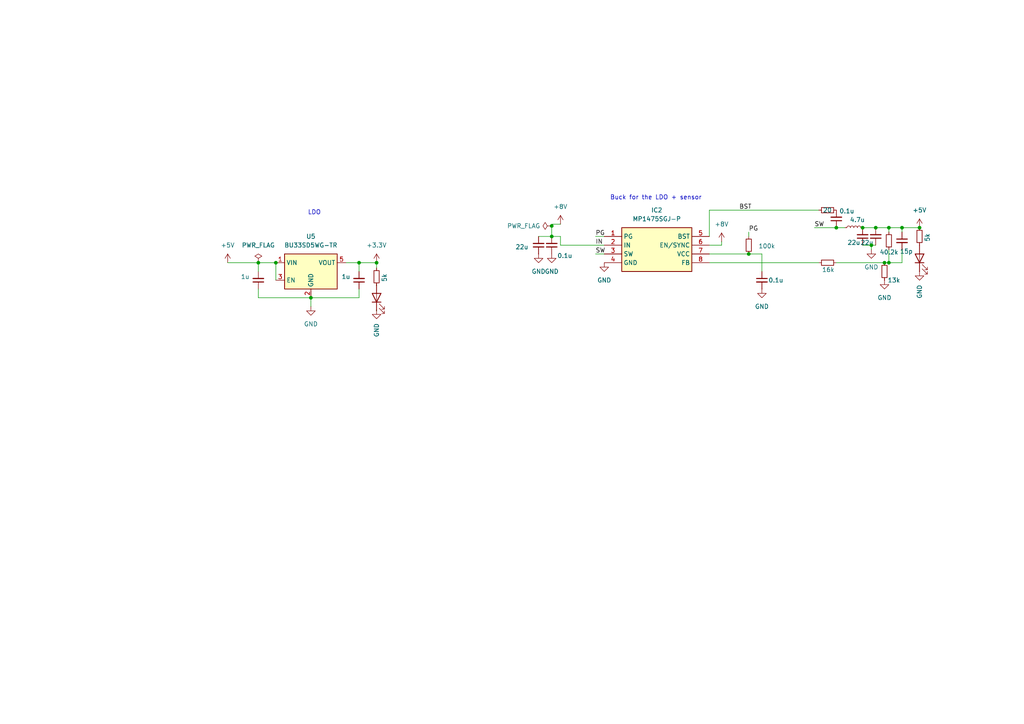
<source format=kicad_sch>
(kicad_sch (version 20250114) (generator "eeschema") (generator_version "9.0")
  (paper "A4")
  (lib_symbols
    (symbol "Converter_DCDC:MP1475SGJ-P"
      (property "Reference" "IC" (at 26.67 7.62 0))
      (property "Value" "MP1475SGJ-P" (at 26.67 5.08 0))
      (symbol "MP1475SGJ-P_1_1"
        (rectangle (start 5.08 2.54) (end 25.4 -10.16) (stroke (width 0.254)) (fill (type background)))
        (pin passive line (at 0 0 0) (length 5.08) (name "PG") (number "1"))
        (pin passive line (at 0 -2.54 0) (length 5.08) (name "IN") (number "2"))
        (pin passive line (at 0 -5.08 0) (length 5.08) (name "SW") (number "3"))
        (pin passive line (at 0 -7.62 0) (length 5.08) (name "GND") (number "4"))
        (pin passive line (at 30.48 0 180) (length 5.08) (name "BST") (number "5"))
        (pin passive line (at 30.48 -2.54 180) (length 5.08) (name "EN/SYNC") (number "6"))
        (pin passive line (at 30.48 -5.08 180) (length 5.08) (name "VCC") (number "7"))
        (pin passive line (at 30.48 -7.62 180) (length 5.08) (name "FB") (number "8"))
      )
    )
    (symbol "Device:C_Small" (pin_numbers (hide yes)) (pin_names (offset 0.254) (hide yes))
      (property "Reference" "C" (at 0.254 1.778 0))
      (property "Value" "C_Small" (at 0.254 -2.032 0))
      (symbol "C_Small_0_1"
        (polyline (pts (xy -1.524 0.508) (xy 1.524 0.508)) (stroke (width 0.3048)))
        (polyline (pts (xy -1.524 -0.508) (xy 1.524 -0.508)) (stroke (width 0.3302)))
      )
      (symbol "C_Small_1_1"
        (pin passive line (at 0 2.54 270) (length 2.032) (name "~") (number "1"))
        (pin passive line (at 0 -2.54 90) (length 2.032) (name "~") (number "2"))
      )
    )
    (symbol "Device:LED" (pin_numbers (hide yes)) (pin_names (offset 1.016) (hide yes))
      (property "Reference" "D" (at 0 2.54 0))
      (property "Value" "LED" (at 0 -2.54 0))
      (symbol "LED_0_1"
        (polyline (pts (xy -3.048 -0.762) (xy -4.572 -2.286) (xy -3.81 -2.286) (xy -4.572 -2.286) (xy -4.572 -1.524)))
        (polyline (pts (xy -1.778 -0.762) (xy -3.302 -2.286) (xy -2.54 -2.286) (xy -3.302 -2.286) (xy -3.302 -1.524)))
        (polyline (pts (xy -1.27 0) (xy 1.27 0)))
        (polyline (pts (xy -1.27 -1.27) (xy -1.27 1.27)) (stroke (width 0.254)))
        (polyline (pts (xy 1.27 -1.27) (xy 1.27 1.27) (xy -1.27 0) (xy 1.27 -1.27)) (stroke (width 0.254)))
      )
      (symbol "LED_1_1"
        (pin passive line (at -3.81 0 0) (length 2.54) (name "K") (number "1"))
        (pin passive line (at 3.81 0 180) (length 2.54) (name "A") (number "2"))
      )
    )
    (symbol "Device:L_Small" (pin_numbers (hide yes)) (pin_names (offset 0.254) (hide yes))
      (property "Reference" "L" (at 0.762 1.016 0))
      (property "Value" "L_Small" (at 0.762 -1.016 0))
      (symbol "L_Small_0_1"
        (arc (start 0 2.032) (mid 0.5058 1.524) (end 0 1.016))
        (arc (start 0 1.016) (mid 0.5058 0.508) (end 0 0))
        (arc (start 0 0) (mid 0.5058 -0.508) (end 0 -1.016))
        (arc (start 0 -1.016) (mid 0.5058 -1.524) (end 0 -2.032))
      )
      (symbol "L_Small_1_1"
        (pin passive line (at 0 2.54 270) (length 0.508) (name "~") (number "1"))
        (pin passive line (at 0 -2.54 90) (length 0.508) (name "~") (number "2"))
      )
    )
    (symbol "Device:R_Small" (pin_numbers (hide yes)) (pin_names (offset 0.254) (hide yes))
      (property "Reference" "R" (at 0 0 90))
      (property "Value" "R_Small" (at 1.778 0 90))
      (symbol "R_Small_0_1"
        (rectangle (start -0.762 1.778) (end 0.762 -1.778) (stroke (width 0.2032)))
      )
      (symbol "R_Small_1_1"
        (pin passive line (at 0 2.54 270) (length 0.762) (name "~") (number "1"))
        (pin passive line (at 0 -2.54 90) (length 0.762) (name "~") (number "2"))
      )
    )
    (symbol "Regulator_Linear:MIC5365-3.3YD5"
      (property "Reference" "U" (at -7.62 6.35 0))
      (property "Value" "MIC5365-3.3YD5" (at 0 6.35 0))
      (symbol "MIC5365-3.3YD5_0_1"
        (rectangle (start -7.62 -5.08) (end 7.62 5.08) (stroke (width 0.254)) (fill (type background)))
      )
      (symbol "MIC5365-3.3YD5_1_1"
        (pin power_in line (at -10.16 2.54 0) (length 2.54) (name "VIN") (number "1"))
        (pin input line (at -10.16 -2.54 0) (length 2.54) (name "EN") (number "3"))
        (pin power_in line (at 0 -7.62 90) (length 2.54) (name "GND") (number "2"))
        (pin no_connect line (at 7.62 -2.54 180) (length 2.54) (hide yes) (name "NC") (number "4"))
        (pin power_out line (at 10.16 2.54 180) (length 2.54) (name "VOUT") (number "5"))
      )
    )
    (symbol "power:+5V" (power) (pin_numbers (hide yes)) (pin_names (offset 0) (hide yes))
      (property "Value" "+5V" (at 0 3.556 0))
      (symbol "+5V_0_1"
        (polyline (pts (xy -0.762 1.27) (xy 0 2.54)))
        (polyline (pts (xy 0 2.54) (xy 0.762 1.27)))
        (polyline (pts (xy 0 0) (xy 0 2.54)))
      )
      (symbol "+5V_1_1"
        (pin power_in line (at 0 0 90) (length 0) (name "~") (number "1"))
      )
    )
    (symbol "power:+8V" (power) (pin_numbers (hide yes)) (pin_names (offset 0) (hide yes))
      (property "Value" "+8V" (at 0 3.556 0))
      (symbol "+8V_0_1"
        (polyline (pts (xy -0.762 1.27) (xy 0 2.54)))
        (polyline (pts (xy 0 2.54) (xy 0.762 1.27)))
        (polyline (pts (xy 0 0) (xy 0 2.54)))
      )
      (symbol "+8V_1_1"
        (pin power_in line (at 0 0 90) (length 0) (name "~") (number "1"))
      )
    )
    (symbol "power:GND" (power) (pin_numbers (hide yes)) (pin_names (offset 0) (hide yes))
      (property "Value" "GND" (at 0 -3.81 0))
      (symbol "GND_0_1"
        (polyline (pts (xy 0 0) (xy 0 -1.27) (xy 1.27 -1.27) (xy 0 -2.54) (xy -1.27 -1.27) (xy 0 -1.27)))
      )
      (symbol "GND_1_1"
        (pin power_in line (at 0 0 270) (length 0) (name "~") (number "1"))
      )
    )
    (symbol "power:PWR_FLAG" (power) (pin_numbers (hide yes)) (pin_names (offset 0) (hide yes))
      (property "Value" "PWR_FLAG" (at 0 3.81 0))
      (symbol "PWR_FLAG_0_0"
        (pin power_out line (at 0 0 90) (length 0) (name "~") (number "1"))
      )
      (symbol "PWR_FLAG_0_1"
        (polyline (pts (xy 0 0) (xy 0 1.27) (xy -1.016 1.905) (xy 0 2.54) (xy 1.016 1.905) (xy 0 1.27)))
      )
    )
  )
  (text "Buck for the LDO + sensor\n\n" (at 190.246 58.42 0) (effects (font (size 1.27 1.27))))
  (text "LDO" (at 91.186 61.722 0) (effects (font (size 1.27 1.27))))
  (junction (at 160.02 65.532))
  (junction (at 90.17 86.36))
  (junction (at 109.22 76.2))
  (junction (at 252.73 71.12))
  (junction (at 257.81 66.04))
  (junction (at 256.54 76.2))
  (junction (at 74.93 76.2))
  (junction (at 254 66.04))
  (junction (at 80.01 76.2))
  (junction (at 160.02 68.58))
  (junction (at 250.19 66.04))
  (junction (at 266.7 66.04))
  (junction (at 104.14 76.2))
  (junction (at 242.57 66.04))
  (junction (at 217.17 73.66))
  (junction (at 257.81 76.2))
  (junction (at 261.62 66.04))
  (wire (pts (xy 266.7 66.04) (xy 261.62 66.04)))
  (wire (pts (xy 90.17 86.36) (xy 104.14 86.36)))
  (wire (pts (xy 237.49 60.96) (xy 205.74 60.96)))
  (wire (pts (xy 104.14 78.74) (xy 104.14 76.2)))
  (wire (pts (xy 162.56 71.12) (xy 162.56 68.58)))
  (wire (pts (xy 257.81 76.2) (xy 261.62 76.2)))
  (wire (pts (xy 162.56 65.024) (xy 160.02 65.024)))
  (wire (pts (xy 104.14 76.2) (xy 109.22 76.2)))
  (wire (pts (xy 109.22 90.17) (xy 109.22 89.916)))
  (wire (pts (xy 104.14 76.2) (xy 100.33 76.2)))
  (wire (pts (xy 74.93 76.2) (xy 80.01 76.2)))
  (wire (pts (xy 205.74 60.96) (xy 205.74 68.58)))
  (wire (pts (xy 156.21 68.58) (xy 160.02 68.58)))
  (wire (pts (xy 172.72 68.58) (xy 175.26 68.58)))
  (wire (pts (xy 74.93 78.74) (xy 74.93 76.2)))
  (wire (pts (xy 257.81 67.31) (xy 257.81 66.04)))
  (wire (pts (xy 160.02 65.532) (xy 160.02 68.58)))
  (wire (pts (xy 257.81 76.2) (xy 256.54 76.2)))
  (wire (pts (xy 109.22 82.55) (xy 109.22 82.804)))
  (wire (pts (xy 205.74 76.2) (xy 237.49 76.2)))
  (wire (pts (xy 254 66.04) (xy 250.19 66.04)))
  (wire (pts (xy 236.22 66.04) (xy 242.57 66.04)))
  (wire (pts (xy 209.296 70.104) (xy 209.296 71.12)))
  (wire (pts (xy 261.62 67.31) (xy 261.62 66.04)))
  (wire (pts (xy 252.73 71.12) (xy 250.19 71.12)))
  (wire (pts (xy 104.14 86.36) (xy 104.14 83.82)))
  (wire (pts (xy 217.17 67.31) (xy 217.17 68.58)))
  (wire (pts (xy 80.01 76.2) (xy 80.01 81.28)))
  (wire (pts (xy 162.56 68.58) (xy 160.02 68.58)))
  (wire (pts (xy 162.56 71.12) (xy 175.26 71.12)))
  (wire (pts (xy 109.22 76.2) (xy 109.22 77.724)))
  (wire (pts (xy 252.73 71.12) (xy 254 71.12)))
  (wire (pts (xy 74.93 83.82) (xy 74.93 86.36)))
  (wire (pts (xy 220.98 73.66) (xy 217.17 73.66)))
  (wire (pts (xy 257.81 66.04) (xy 261.62 66.04)))
  (wire (pts (xy 209.296 71.12) (xy 205.74 71.12)))
  (wire (pts (xy 254 66.04) (xy 257.81 66.04)))
  (wire (pts (xy 172.72 73.66) (xy 175.26 73.66)))
  (wire (pts (xy 66.04 76.2) (xy 74.93 76.2)))
  (wire (pts (xy 242.57 76.2) (xy 256.54 76.2)))
  (wire (pts (xy 242.57 66.04) (xy 245.11 66.04)))
  (wire (pts (xy 90.17 86.36) (xy 90.17 88.9)))
  (wire (pts (xy 205.74 73.66) (xy 217.17 73.66)))
  (wire (pts (xy 160.02 65.024) (xy 160.02 65.532)))
  (wire (pts (xy 257.81 72.39) (xy 257.81 76.2)))
  (wire (pts (xy 74.93 86.36) (xy 90.17 86.36)))
  (wire (pts (xy 261.62 72.39) (xy 261.62 76.2)))
  (wire (pts (xy 252.73 72.39) (xy 252.73 71.12)))
  (wire (pts (xy 220.98 78.74) (xy 220.98 73.66)))
  (label "SW" (at 236.22 66.04 0))
  (label "IN" (at 172.72 71.12 0))
  (label "BST" (at 214.376 60.96 0))
  (label "SW" (at 172.72 73.66 0))
  (label "PG" (at 217.17 67.31 0))
  (label "PG" (at 172.72 68.58 0))
  (symbol (lib_id "Device:C_Small") (at 156.21 71.12 180) (unit 1)
    (property "Reference" "C21" (effects (hide yes)))
    (property "Value" "22u" (at 151.384 71.628 0))
    (property "Footprint" "Capacitor_SMD:C_0603_1608Metric" (effects (hide yes)))
    (property "Description" "Unpolarized capacitor, small symbol" (effects (hide yes)))
  )
  (symbol (lib_id "Device:C_Small") (at 160.02 71.12 180) (unit 1)
    (property "Reference" "C25" (effects (hide yes)))
    (property "Value" "0.1u" (at 163.83 74.168 0))
    (property "Footprint" "Capacitor_SMD:C_0603_1608Metric" (effects (hide yes)))
    (property "Description" "Unpolarized capacitor, small symbol" (effects (hide yes)))
  )
  (symbol (lib_id "power:GND") (at 156.21 73.66 0) (unit 1)
    (property "Reference" "#PWR028" (effects (hide yes)))
    (property "Value" "GND" (at 156.21 78.74 0))
    (property "Description" "Power symbol creates a global label with name \"GND\" , ground" (effects (hide yes)))
  )
  (symbol (lib_id "Device:C_Small") (at 74.93 81.28 180) (unit 1)
    (property "Reference" "C15" (effects (hide yes)))
    (property "Value" "1u" (at 71.12 80.264 0))
    (property "Footprint" "Capacitor_SMD:C_0603_1608Metric" (effects (hide yes)))
    (property "Description" "Unpolarized capacitor, small symbol" (effects (hide yes)))
  )
  (symbol (lib_id "Device:L_Small") (at 247.65 66.04 90) (unit 1)
    (property "Reference" "L2" (effects (hide yes)))
    (property "Value" "4.7u" (at 248.666 63.754 90))
    (property "Footprint" "Inductor_SMD:L_Wuerth_HCI-5040" (effects (hide yes)))
    (property "Description" "Inductor, small symbol" (effects (hide yes)))
  )
  (symbol (lib_id "power:+5V") (at 109.22 76.2 0) (unit 1)
    (property "Reference" "#PWR015" (effects (hide yes)))
    (property "Value" "+3.3V" (at 109.22 71.12 0))
    (property "Description" "Power symbol creates a global label with name \"+5V\"" (effects (hide yes)))
  )
  (symbol (lib_id "Regulator_Linear:MIC5365-3.3YD5") (at 90.17 78.74 0) (unit 1)
    (property "Reference" "U5" (at 90.17 68.58 0))
    (property "Value" "BU33SD5WG-TR" (at 90.17 71.12 0))
    (property "Footprint" "Package_SO:SSOP-5" (effects (hide yes)))
    (property "Datasheet" "http://ww1.microchip.com/downloads/en/DeviceDoc/mic5365.pdf" (effects (hide yes)))
    (property "Description" "150mA Low-dropout Voltage Regulator, Vout 3.3V, Vin up to 5.5V, SOT-23-5" (effects (hide yes)))
  )
  (symbol (lib_id "power:+8V") (at 162.56 65.024 0) (unit 1)
    (property "Reference" "#PWR027" (effects (hide yes)))
    (property "Value" "+8V" (at 162.56 59.944 0))
    (property "Description" "Power symbol creates a global label with name \"+8V\"" (effects (hide yes)))
  )
  (symbol (lib_id "Device:R_Small") (at 240.03 60.96 270) (unit 1)
    (property "Reference" "R8" (effects (hide yes)))
    (property "Value" "20" (at 241.3 60.96 90) (effects (justify right)))
    (property "Footprint" "Resistor_SMD:R_0603_1608Metric" (effects (hide yes)))
    (property "Description" "Resistor, small symbol" (effects (hide yes)))
  )
  (symbol (lib_id "power:+8V") (at 266.7 66.04 0) (unit 1)
    (property "Reference" "#PWR034" (effects (hide yes)))
    (property "Value" "+5V" (at 266.7 60.96 0))
    (property "Description" "Power symbol creates a global label with name \"+8V\"" (effects (hide yes)))
  )
  (symbol (lib_id "Device:R_Small") (at 256.54 78.74 0) (unit 1)
    (property "Reference" "R11" (effects (hide yes)))
    (property "Value" "13k" (at 261.112 81.28 0) (effects (justify right)))
    (property "Footprint" "Resistor_SMD:R_0603_1608Metric" (effects (hide yes)))
    (property "Description" "Resistor, small symbol" (effects (hide yes)))
  )
  (symbol (lib_id "Device:LED") (at 109.22 86.36 90) (unit 1)
    (property "Reference" "D3" (effects (hide yes)))
    (property "Value" "LED" (effects (hide yes)))
    (property "Footprint" "LED_SMD:LED_0603_1608Metric" (effects (hide yes)))
    (property "Description" "Light emitting diode" (effects (hide yes)))
    (property "Sim.Pins" "1=K 2=A" (effects (hide yes)))
  )
  (symbol (lib_id "power:PWR_FLAG") (at 160.02 65.532 90) (unit 1)
    (property "Reference" "#FLG02" (effects (hide yes)))
    (property "Value" "PWR_FLAG" (at 156.718 65.5319 90) (effects (justify left)))
    (property "Description" "Special symbol for telling ERC where power comes from" (effects (hide yes)))
  )
  (symbol (lib_id "Device:R_Small") (at 257.81 69.85 0) (unit 1)
    (property "Reference" "R10" (effects (hide yes)))
    (property "Value" "40.2k" (at 260.604 73.152 0) (effects (justify right)))
    (property "Footprint" "Resistor_SMD:R_0603_1608Metric" (effects (hide yes)))
    (property "Description" "Resistor, small symbol" (effects (hide yes)))
  )
  (symbol (lib_id "Device:C_Small") (at 220.98 81.28 0) (unit 1)
    (property "Reference" "C24" (effects (hide yes)))
    (property "Value" "0.1u" (at 225.044 81.28 0))
    (property "Footprint" "Capacitor_SMD:C_0603_1608Metric" (effects (hide yes)))
    (property "Description" "Unpolarized capacitor, small symbol" (effects (hide yes)))
  )
  (symbol (lib_id "power:GND") (at 266.7 78.74 0) (unit 1)
    (property "Reference" "#PWR065" (effects (hide yes)))
    (property "Value" "GND" (at 266.7001 82.55 90) (effects (justify right)))
    (property "Description" "Power symbol creates a global label with name \"GND\" , ground" (effects (hide yes)))
  )
  (symbol (lib_id "power:GND") (at 109.22 89.916 0) (unit 1)
    (property "Reference" "#PWR064" (effects (hide yes)))
    (property "Value" "GND" (at 109.2201 93.726 90) (effects (justify right)))
    (property "Description" "Power symbol creates a global label with name \"GND\" , ground" (effects (hide yes)))
  )
  (symbol (lib_id "power:+8V") (at 209.296 70.104 0) (unit 1)
    (property "Reference" "#PWR029" (effects (hide yes)))
    (property "Value" "+8V" (at 209.296 65.024 0))
    (property "Description" "Power symbol creates a global label with name \"+8V\"" (effects (hide yes)))
  )
  (symbol (lib_id "Device:C_Small") (at 250.19 68.58 180) (unit 1)
    (property "Reference" "C23" (effects (hide yes)))
    (property "Value" "22u" (at 247.65 70.358 0))
    (property "Footprint" "Capacitor_SMD:C_0603_1608Metric" (effects (hide yes)))
    (property "Description" "Unpolarized capacitor, small symbol" (effects (hide yes)))
  )
  (symbol (lib_id "power:GND") (at 175.26 76.2 0) (unit 1)
    (property "Reference" "#PWR031" (effects (hide yes)))
    (property "Value" "GND" (at 175.26 81.28 0))
    (property "Description" "Power symbol creates a global label with name \"GND\" , ground" (effects (hide yes)))
  )
  (symbol (lib_id "Device:R_Small") (at 217.17 71.12 180) (unit 1)
    (property "Reference" "R12" (effects (hide yes)))
    (property "Value" "100k" (at 219.964 71.374 0) (effects (justify right)))
    (property "Footprint" "Resistor_SMD:R_0603_1608Metric" (effects (hide yes)))
    (property "Description" "Resistor, small symbol" (effects (hide yes)))
  )
  (symbol (lib_id "Device:C_Small") (at 242.57 63.5 180) (unit 1)
    (property "Reference" "C22" (effects (hide yes)))
    (property "Value" "0.1u" (at 245.618 61.214 0))
    (property "Footprint" "Capacitor_SMD:C_0603_1608Metric" (effects (hide yes)))
    (property "Description" "Unpolarized capacitor, small symbol" (effects (hide yes)))
  )
  (symbol (lib_id "power:GND") (at 90.17 88.9 0) (unit 1)
    (property "Reference" "#PWR017" (effects (hide yes)))
    (property "Value" "GND" (at 90.17 93.98 0))
    (property "Description" "Power symbol creates a global label with name \"GND\" , ground" (effects (hide yes)))
  )
  (symbol (lib_id "Device:LED") (at 266.7 74.93 90) (unit 1)
    (property "Reference" "D4" (effects (hide yes)))
    (property "Value" "LED" (effects (hide yes)))
    (property "Footprint" "LED_SMD:LED_0603_1608Metric" (effects (hide yes)))
    (property "Description" "Light emitting diode" (effects (hide yes)))
    (property "Sim.Pins" "1=K 2=A" (effects (hide yes)))
  )
  (symbol (lib_id "Device:R_Small") (at 240.03 76.2 270) (unit 1)
    (property "Reference" "R9" (effects (hide yes)))
    (property "Value" "16k" (at 242.062 78.232 90) (effects (justify right)))
    (property "Footprint" "Resistor_SMD:R_0603_1608Metric" (effects (hide yes)))
    (property "Description" "Resistor, small symbol" (effects (hide yes)))
  )
  (symbol (lib_id "Converter_DCDC:MP1475SGJ-P") (at 175.26 68.58 0) (unit 1)
    (property "Reference" "IC2" (at 190.5 60.96 0))
    (property "Value" "MP1475SGJ-P" (at 190.5 63.5 0))
    (property "Footprint" "Package_TO_SOT_SMD:TSOT 23-8" (effects (hide yes)))
    (property "Datasheet" "http://media.digikey.com/pdf/Data%20Sheets/Monolithic%20Power%20PDF" (effects (hide yes)))
    (property "Description" "Switching Voltage Regulators 3A 16V 500kHz Synch Step-Down Conv W/PG" (effects (hide yes)))
    (property "Height" "1" (effects (hide yes)))
    (property "Mouser Part Number" "946-MP1475SGJ-P" (effects (hide yes)))
    (property "Mouser Price/Stock" "https://www.mouser.co.uk/ProductDetail/Monolithic-Power-Systems-MPS/MP1475SGJ-P?qs=FIQZoK1q933LtAjxu26L8w%3D%3D" (effects (hide yes)))
    (property "Manufacturer_Name" "Monolithic Power Systems (MPS)" (effects (hide yes)))
    (property "Manufacturer_Part_Number" "MP1475SGJ-P" (effects (hide yes)))
  )
  (symbol (lib_id "power:+5V") (at 66.04 76.2 0) (unit 1)
    (property "Reference" "#PWR013" (effects (hide yes)))
    (property "Value" "+5V" (at 66.04 71.12 0))
    (property "Description" "Power symbol creates a global label with name \"+5V\"" (effects (hide yes)))
  )
  (symbol (lib_id "power:GND") (at 252.73 72.39 0) (unit 1)
    (property "Reference" "#PWR032" (effects (hide yes)))
    (property "Value" "GND" (at 252.73 77.47 0))
    (property "Description" "Power symbol creates a global label with name \"GND\" , ground" (effects (hide yes)))
  )
  (symbol (lib_id "power:GND") (at 160.02 73.66 0) (unit 1)
    (property "Reference" "#PWR036" (effects (hide yes)))
    (property "Value" "GND" (at 160.02 78.74 0))
    (property "Description" "Power symbol creates a global label with name \"GND\" , ground" (effects (hide yes)))
  )
  (symbol (lib_id "Device:C_Small") (at 254 68.58 180) (unit 1)
    (property "Reference" "C27" (effects (hide yes)))
    (property "Value" "22u" (at 251.46 70.358 0))
    (property "Footprint" "Capacitor_SMD:C_0603_1608Metric" (effects (hide yes)))
    (property "Description" "Unpolarized capacitor, small symbol" (effects (hide yes)))
  )
  (symbol (lib_id "Device:C_Small") (at 261.62 69.85 0) (unit 1)
    (property "Reference" "C28" (effects (hide yes)))
    (property "Value" "15p" (at 262.89 72.898 0))
    (property "Footprint" "Capacitor_SMD:C_0603_1608Metric" (effects (hide yes)))
    (property "Description" "Unpolarized capacitor, small symbol" (effects (hide yes)))
  )
  (symbol (lib_id "power:PWR_FLAG") (at 74.93 76.2 0) (unit 1)
    (property "Reference" "#FLG01" (effects (hide yes)))
    (property "Value" "PWR_FLAG" (at 74.93 71.12 0))
    (property "Description" "Special symbol for telling ERC where power comes from" (effects (hide yes)))
  )
  (symbol (lib_id "power:GND") (at 256.54 81.28 0) (unit 1)
    (property "Reference" "#PWR033" (effects (hide yes)))
    (property "Value" "GND" (at 256.54 86.36 0))
    (property "Description" "Power symbol creates a global label with name \"GND\" , ground" (effects (hide yes)))
  )
  (symbol (lib_id "Device:C_Small") (at 104.14 81.28 180) (unit 1)
    (property "Reference" "C16" (effects (hide yes)))
    (property "Value" "1u" (at 100.33 80.264 0))
    (property "Footprint" "Capacitor_SMD:C_0603_1608Metric" (effects (hide yes)))
    (property "Description" "Unpolarized capacitor, small symbol" (effects (hide yes)))
  )
  (symbol (lib_id "Device:R_Small") (at 109.22 80.264 180) (unit 1)
    (property "Reference" "R22" (effects (hide yes)))
    (property "Value" "5k" (at 111.506 81.788 90) (effects (justify right)))
    (property "Footprint" "Resistor_SMD:R_0603_1608Metric" (effects (hide yes)))
    (property "Description" "Resistor, small symbol" (effects (hide yes)))
  )
  (symbol (lib_id "power:GND") (at 220.98 83.82 0) (unit 1)
    (property "Reference" "#PWR035" (effects (hide yes)))
    (property "Value" "GND" (at 220.98 88.9 0))
    (property "Description" "Power symbol creates a global label with name \"GND\" , ground" (effects (hide yes)))
  )
  (symbol (lib_id "Device:R_Small") (at 266.7 68.58 180) (unit 1)
    (property "Reference" "R23" (effects (hide yes)))
    (property "Value" "5k" (at 268.986 70.104 90) (effects (justify right)))
    (property "Footprint" "Resistor_SMD:R_0603_1608Metric" (effects (hide yes)))
    (property "Description" "Resistor, small symbol" (effects (hide yes)))
  )
)
</source>
